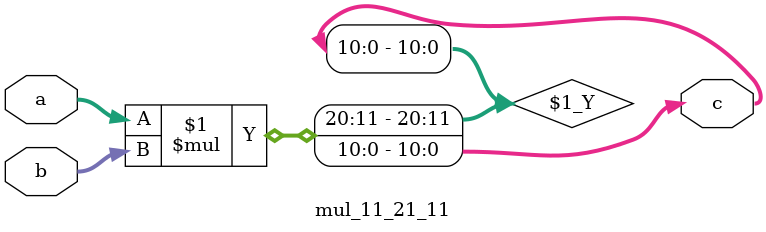
<source format=v>
module mul_11_21_11(a, b, c);
  input [10:0] a;
  input [20:0] b;
  output [10:0] c;
  assign c = a * b;
endmodule

</source>
